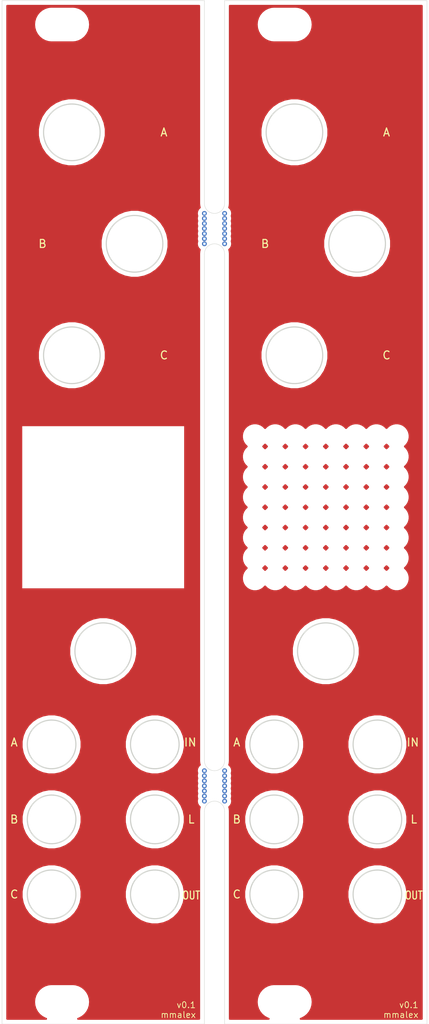
<source format=kicad_pcb>
(kicad_pcb (version 20171130) (host pcbnew "(5.1.4)-1")
  (layers (0 F.Cu signal) (31 B.Cu signal) (34 B.Paste user) (35 F.Paste user) (36 B.SilkS user) (37 F.SilkS user) (38 B.Mask user hide) (39 F.Mask user) (44 Edge.Cuts user))
  (net 0 "")
  (module cap:grill (layer F.Cu) (at 91.44 88.9)
    (fp_text reference REF** hide)
    (fp_text value grill)
    (pad "" np_thru_hole circle (at 8.89 8.89) (size 2 2) (drill 2) (layers *.Cu *.Mask))
    (pad "" np_thru_hole circle (at 6.35 8.89) (size 2 2) (drill 2) (layers *.Cu *.Mask))
    (pad "" np_thru_hole circle (at 3.81 8.89) (size 2 2) (drill 2) (layers *.Cu *.Mask))
    (pad "" np_thru_hole circle (at 1.27 8.89) (size 2 2) (drill 2) (layers *.Cu *.Mask))
    (pad "" np_thru_hole circle (at -1.27 8.89) (size 2 2) (drill 2) (layers *.Cu *.Mask))
    (pad "" np_thru_hole circle (at -3.81 8.89) (size 2 2) (drill 2) (layers *.Cu *.Mask))
    (pad "" np_thru_hole circle (at -6.35 8.89) (size 2 2) (drill 2) (layers *.Cu *.Mask))
    (pad "" np_thru_hole circle (at -8.89 8.89) (size 2 2) (drill 2) (layers *.Cu *.Mask))
    (pad "" np_thru_hole circle (at 8.89 6.35) (size 2 2) (drill 2) (layers *.Cu *.Mask))
    (pad "" np_thru_hole circle (at 6.35 6.35) (size 2 2) (drill 2) (layers *.Cu *.Mask))
    (pad "" np_thru_hole circle (at 3.81 6.35) (size 2 2) (drill 2) (layers *.Cu *.Mask))
    (pad "" np_thru_hole circle (at 1.27 6.35) (size 2 2) (drill 2) (layers *.Cu *.Mask))
    (pad "" np_thru_hole circle (at -1.27 6.35) (size 2 2) (drill 2) (layers *.Cu *.Mask))
    (pad "" np_thru_hole circle (at -3.81 6.35) (size 2 2) (drill 2) (layers *.Cu *.Mask))
    (pad "" np_thru_hole circle (at -6.35 6.35) (size 2 2) (drill 2) (layers *.Cu *.Mask))
    (pad "" np_thru_hole circle (at -8.89 6.35) (size 2 2) (drill 2) (layers *.Cu *.Mask))
    (pad "" np_thru_hole circle (at 8.89 3.81) (size 2 2) (drill 2) (layers *.Cu *.Mask))
    (pad "" np_thru_hole circle (at 6.35 3.81) (size 2 2) (drill 2) (layers *.Cu *.Mask))
    (pad "" np_thru_hole circle (at 3.81 3.81) (size 2 2) (drill 2) (layers *.Cu *.Mask))
    (pad "" np_thru_hole circle (at 1.27 3.81) (size 2 2) (drill 2) (layers *.Cu *.Mask))
    (pad "" np_thru_hole circle (at -1.27 3.81) (size 2 2) (drill 2) (layers *.Cu *.Mask))
    (pad "" np_thru_hole circle (at -3.81 3.81) (size 2 2) (drill 2) (layers *.Cu *.Mask))
    (pad "" np_thru_hole circle (at -6.35 3.81) (size 2 2) (drill 2) (layers *.Cu *.Mask))
    (pad "" np_thru_hole circle (at -8.89 3.81) (size 2 2) (drill 2) (layers *.Cu *.Mask))
    (pad "" np_thru_hole circle (at 8.89 1.27) (size 2 2) (drill 2) (layers *.Cu *.Mask))
    (pad "" np_thru_hole circle (at 6.35 1.27) (size 2 2) (drill 2) (layers *.Cu *.Mask))
    (pad "" np_thru_hole circle (at 3.81 1.27) (size 2 2) (drill 2) (layers *.Cu *.Mask))
    (pad "" np_thru_hole circle (at 1.27 1.27) (size 2 2) (drill 2) (layers *.Cu *.Mask))
    (pad "" np_thru_hole circle (at -1.27 1.27) (size 2 2) (drill 2) (layers *.Cu *.Mask))
    (pad "" np_thru_hole circle (at -3.81 1.27) (size 2 2) (drill 2) (layers *.Cu *.Mask))
    (pad "" np_thru_hole circle (at -6.35 1.27) (size 2 2) (drill 2) (layers *.Cu *.Mask))
    (pad "" np_thru_hole circle (at -8.89 1.27) (size 2 2) (drill 2) (layers *.Cu *.Mask))
    (pad "" np_thru_hole circle (at 8.89 -1.27) (size 2 2) (drill 2) (layers *.Cu *.Mask))
    (pad "" np_thru_hole circle (at 6.35 -1.27) (size 2 2) (drill 2) (layers *.Cu *.Mask))
    (pad "" np_thru_hole circle (at 3.81 -1.27) (size 2 2) (drill 2) (layers *.Cu *.Mask))
    (pad "" np_thru_hole circle (at 1.27 -1.27) (size 2 2) (drill 2) (layers *.Cu *.Mask))
    (pad "" np_thru_hole circle (at -1.27 -1.27) (size 2 2) (drill 2) (layers *.Cu *.Mask))
    (pad "" np_thru_hole circle (at -3.81 -1.27) (size 2 2) (drill 2) (layers *.Cu *.Mask))
    (pad "" np_thru_hole circle (at -6.35 -1.27) (size 2 2) (drill 2) (layers *.Cu *.Mask))
    (pad "" np_thru_hole circle (at -8.89 -1.27) (size 2 2) (drill 2) (layers *.Cu *.Mask))
    (pad "" np_thru_hole circle (at 8.89 -3.81) (size 2 2) (drill 2) (layers *.Cu *.Mask))
    (pad "" np_thru_hole circle (at 6.35 -3.81) (size 2 2) (drill 2) (layers *.Cu *.Mask))
    (pad "" np_thru_hole circle (at 3.81 -3.81) (size 2 2) (drill 2) (layers *.Cu *.Mask))
    (pad "" np_thru_hole circle (at 1.27 -3.81) (size 2 2) (drill 2) (layers *.Cu *.Mask))
    (pad "" np_thru_hole circle (at -1.27 -3.81) (size 2 2) (drill 2) (layers *.Cu *.Mask))
    (pad "" np_thru_hole circle (at -3.81 -3.81) (size 2 2) (drill 2) (layers *.Cu *.Mask))
    (pad "" np_thru_hole circle (at -6.35 -3.81) (size 2 2) (drill 2) (layers *.Cu *.Mask))
    (pad "" np_thru_hole circle (at -8.89 -3.81) (size 2 2) (drill 2) (layers *.Cu *.Mask))
    (pad "" np_thru_hole circle (at 8.89 -6.35) (size 2 2) (drill 2) (layers *.Cu *.Mask))
    (pad "" np_thru_hole circle (at 6.35 -6.35) (size 2 2) (drill 2) (layers *.Cu *.Mask))
    (pad "" np_thru_hole circle (at 3.81 -6.35) (size 2 2) (drill 2) (layers *.Cu *.Mask))
    (pad "" np_thru_hole circle (at 1.27 -6.35) (size 2 2) (drill 2) (layers *.Cu *.Mask))
    (pad "" np_thru_hole circle (at -1.27 -6.35) (size 2 2) (drill 2) (layers *.Cu *.Mask))
    (pad "" np_thru_hole circle (at -3.81 -6.35) (size 2 2) (drill 2) (layers *.Cu *.Mask))
    (pad "" np_thru_hole circle (at -6.35 -6.35) (size 2 2) (drill 2) (layers *.Cu *.Mask))
    (pad "" np_thru_hole circle (at -8.89 -6.35) (size 2 2) (drill 2) (layers *.Cu *.Mask))
    (pad "" np_thru_hole circle (at 8.89 -8.89) (size 2 2) (drill 2) (layers *.Cu *.Mask))
    (pad "" np_thru_hole circle (at 6.35 -8.89) (size 2 2) (drill 2) (layers *.Cu *.Mask))
    (pad "" np_thru_hole circle (at 3.81 -8.89) (size 2 2) (drill 2) (layers *.Cu *.Mask))
    (pad "" np_thru_hole circle (at 1.27 -8.89) (size 2 2) (drill 2) (layers *.Cu *.Mask))
    (pad "" np_thru_hole circle (at -1.27 -8.89) (size 2 2) (drill 2) (layers *.Cu *.Mask))
    (pad "" np_thru_hole circle (at -3.81 -8.89) (size 2 2) (drill 2) (layers *.Cu *.Mask))
    (pad "" np_thru_hole circle (at -6.35 -8.89) (size 2 2) (drill 2) (layers *.Cu *.Mask))
    (pad "" np_thru_hole circle (at -8.89 -8.89) (size 2 2) (drill 2) (layers *.Cu *.Mask))
  )
  (module cap:eurohole (layer F.Cu) (at 86.28 28.4)
    (fp_text reference REF** (at 0 0.5) (layer F.SilkS))
    (fp_text value eurohole)
    (pad "" np_thru_hole oval (at 0 0) (size 5.74 3.2) (drill oval 5.74 3.2) (layers *.Cu *.Mask))
  )
  (module cap:eurohole (layer F.Cu) (at 86.28 150.9)
    (fp_text reference REF** (at 0 0.5) (layer F.SilkS))
    (fp_text value eurohole)
    (pad "" np_thru_hole oval (at 0 0) (size 5.74 3.2) (drill oval 5.74 3.2) (layers *.Cu *.Mask))
  )
  (module cap:wagyu (layer F.Cu) (at 96.52 28.702)
    (fp_text reference G*** hide)
    (fp_text value LOGO hide)
  )
  (module cap:wagyu (layer F.Cu) (at 68.58 28.702)
    (fp_text reference G*** hide)
    (fp_text value LOGO hide)
  )
  (module cap:eurohole (layer F.Cu) (at 58.34 150.9)
    (fp_text reference REF** (at 0 0.5) (layer F.SilkS))
    (fp_text value eurohole)
    (pad "" np_thru_hole oval (at 0 0) (size 5.74 3.2) (drill oval 5.74 3.2) (layers *.Cu *.Mask))
  )
  (module cap:eurohole (layer F.Cu) (at 58.34 28.4)
    (fp_text reference REF** (at 0 0.5) (layer F.SilkS))
    (fp_text value eurohole)
    (pad "" np_thru_hole oval (at 0 0) (size 5.74 3.2) (drill oval 5.74 3.2) (layers *.Cu *.Mask))
  )
  (gr_arc (start 77.47 127) (end 78.74 127) (angle -180) (layer Edge.Cuts) (width 0.05))
  (gr_arc (start 77.47 120.65) (end 76.2 120.65) (angle -180) (layer Edge.Cuts) (width 0.05))
  (gr_arc (start 77.47 50.8) (end 76.2 50.8) (angle -180) (layer Edge.Cuts) (width 0.05))
  (gr_arc (start 77.47 57.15) (end 78.74 57.15) (angle -180) (layer Edge.Cuts) (width 0.05))
  (gr_line (start 78.74 120.65) (end 78.74 57.15) (layer Edge.Cuts) (width 0.05))
  (gr_line (start 76.2 57.15) (end 76.2 120.65) (layer Edge.Cuts) (width 0.05))
  (gr_line (start 78.74 153.67) (end 104.14 153.67) (layer Edge.Cuts) (width 0.05))
  (gr_line (start 78.74 127) (end 78.74 153.67) (layer Edge.Cuts) (width 0.05))
  (gr_line (start 76.2 153.67) (end 76.2 127) (layer Edge.Cuts) (width 0.05))
  (gr_line (start 50.8 153.67) (end 76.2 153.67) (layer Edge.Cuts) (width 0.05))
  (gr_line (start 78.74 25.4) (end 104.14 25.4) (layer Edge.Cuts) (width 0.05))
  (gr_line (start 78.74 50.8) (end 78.74 25.4) (layer Edge.Cuts) (width 0.05))
  (gr_line (start 76.2 25.4) (end 76.2 50.8) (layer Edge.Cuts) (width 0.05))
  (gr_line (start 50.8 25.4) (end 76.2 25.4) (layer Edge.Cuts) (width 0.05))
  (gr_text "v0.1\nmmalex" (at 103.124 151.892) (layer F.SilkS) (effects (font (size 0.762 0.762) (thickness 0.1016)) (justify right)))
  (gr_text C (at 80.264 137.414) (layer F.SilkS) (effects (font (size 1 1))))
  (gr_text OUT (at 102.489 137.541) (layer F.SilkS) (effects (font (size 1 0.7714))))
  (gr_text B (at 80.264 128.016) (layer F.SilkS) (effects (font (size 1 1))))
  (gr_text A (at 99.06 41.91) (layer F.SilkS) (effects (font (size 1 1))))
  (gr_text B (at 83.82 55.88) (layer F.SilkS) (effects (font (size 1 1))))
  (gr_text A (at 80.264 118.364) (layer F.SilkS) (effects (font (size 1 1))))
  (gr_text IN (at 102.362 118.364) (layer F.SilkS) (effects (font (size 1 1))))
  (gr_text L (at 102.489 128.016) (layer F.SilkS) (effects (font (size 1 1))))
  (gr_text C (at 99.06 69.85) (layer F.SilkS) (effects (font (size 1 1))))
  (gr_circle (center 87.503 69.85) (end 91.053 69.85) (layer Edge.Cuts) (width 0.15))
  (gr_circle (center 84.963 137.414) (end 88.013 137.414) (layer Edge.Cuts) (width 0.15))
  (gr_circle (center 84.963 118.618) (end 88.013 118.618) (layer Edge.Cuts) (width 0.15))
  (gr_circle (center 97.917 118.618) (end 100.967 118.618) (layer Edge.Cuts) (width 0.15))
  (gr_circle (center 97.917 137.414) (end 100.967 137.414) (layer Edge.Cuts) (width 0.15))
  (gr_circle (center 91.44 106.94) (end 94.99 106.94) (layer Edge.Cuts) (width 0.15))
  (gr_circle (center 95.377 55.88) (end 98.927 55.88) (layer Edge.Cuts) (width 0.15))
  (gr_circle (center 97.917 128.016) (end 100.967 128.016) (layer Edge.Cuts) (width 0.15))
  (gr_circle (center 87.503 41.91) (end 91.053 41.91) (layer Edge.Cuts) (width 0.15))
  (gr_circle (center 84.963 128.016) (end 88.013 128.016) (layer Edge.Cuts) (width 0.15))
  (gr_text OUT (at 74.549 137.541) (layer F.SilkS) (effects (font (size 1 0.7714))))
  (gr_text L (at 74.549 128.016) (layer F.SilkS) (effects (font (size 1 1))))
  (gr_text IN (at 74.422 118.364) (layer F.SilkS) (effects (font (size 1 1))))
  (gr_text C (at 52.324 137.414) (layer F.SilkS) (effects (font (size 1 1))))
  (gr_text B (at 52.324 128.016) (layer F.SilkS) (effects (font (size 1 1))))
  (gr_text A (at 52.324 118.364) (layer F.SilkS) (effects (font (size 1 1))))
  (gr_text C (at 71.12 69.85) (layer F.SilkS) (effects (font (size 1 1))))
  (gr_text B (at 55.88 55.88) (layer F.SilkS) (effects (font (size 1 1))))
  (gr_text A (at 71.12 41.91) (layer F.SilkS) (effects (font (size 1 1))))
  (gr_circle (center 57.023 118.618) (end 60.073 118.618) (layer Edge.Cuts) (width 0.15))
  (gr_circle (center 63.5 106.94) (end 67.05 106.94) (layer Edge.Cuts) (width 0.15))
  (gr_circle (center 69.977 137.414) (end 73.027 137.414) (layer Edge.Cuts) (width 0.15))
  (gr_circle (center 69.977 118.618) (end 73.027 118.618) (layer Edge.Cuts) (width 0.15))
  (gr_circle (center 57.023 137.414) (end 60.073 137.414) (layer Edge.Cuts) (width 0.15))
  (gr_circle (center 59.563 69.85) (end 63.113 69.85) (layer Edge.Cuts) (width 0.15))
  (gr_circle (center 67.437 55.88) (end 70.987 55.88) (layer Edge.Cuts) (width 0.15))
  (gr_circle (center 59.563 41.91) (end 63.113 41.91) (layer Edge.Cuts) (width 0.15))
  (gr_circle (center 69.977 128.016) (end 73.027 128.016) (layer Edge.Cuts) (width 0.15))
  (gr_circle (center 57.023 128.016) (end 60.073 128.016) (layer Edge.Cuts) (width 0.15))
  (gr_text "v0.1\nmmalex" (at 75.184 151.892) (layer F.SilkS) (effects (font (size 0.762 0.762) (thickness 0.1016)) (justify right)))
  (gr_line (start 50.8 153.67) (end 50.8 25.4) (layer Edge.Cuts) (width 0.05))
  (gr_line (start 104.14 25.4) (end 104.14 153.67) (layer Edge.Cuts) (width 0.05))
  (via (at 78.74 52.07) (size 0.6096) (drill 0.3048) (layers F.Cu B.Cu) (net 0))
  (via (at 78.74 52.705) (size 0.6096) (drill 0.3048) (layers F.Cu B.Cu) (net 0))
  (via (at 78.74 53.34) (size 0.6096) (drill 0.3048) (layers F.Cu B.Cu) (net 0))
  (via (at 78.74 53.975) (size 0.6096) (drill 0.3048) (layers F.Cu B.Cu) (net 0))
  (via (at 78.74 54.61) (size 0.6096) (drill 0.3048) (layers F.Cu B.Cu) (net 0))
  (via (at 78.74 55.245) (size 0.6096) (drill 0.3048) (layers F.Cu B.Cu) (net 0))
  (via (at 78.74 55.88) (size 0.6096) (drill 0.3048) (layers F.Cu B.Cu) (net 0))
  (via (at 76.2 55.88) (size 0.6096) (drill 0.3048) (layers F.Cu B.Cu) (net 0))
  (via (at 76.2 55.245) (size 0.6096) (drill 0.3048) (layers F.Cu B.Cu) (net 0))
  (via (at 76.2 54.61) (size 0.6096) (drill 0.3048) (layers F.Cu B.Cu) (net 0))
  (via (at 76.2 53.975) (size 0.6096) (drill 0.3048) (layers F.Cu B.Cu) (net 0))
  (via (at 76.2 53.34) (size 0.6096) (drill 0.3048) (layers F.Cu B.Cu) (net 0))
  (via (at 76.2 52.705) (size 0.6096) (drill 0.3048) (layers F.Cu B.Cu) (net 0))
  (via (at 76.2 52.07) (size 0.6096) (drill 0.3048) (layers F.Cu B.Cu) (net 0))
  (via (at 76.2 121.92) (size 0.6096) (drill 0.3048) (layers F.Cu B.Cu) (net 0))
  (via (at 76.2 122.555) (size 0.6096) (drill 0.3048) (layers F.Cu B.Cu) (net 0))
  (via (at 76.2 123.19) (size 0.6096) (drill 0.3048) (layers F.Cu B.Cu) (net 0))
  (via (at 76.2 123.825) (size 0.6096) (drill 0.3048) (layers F.Cu B.Cu) (net 0))
  (via (at 76.2 124.46) (size 0.6096) (drill 0.3048) (layers F.Cu B.Cu) (net 0))
  (via (at 76.2 125.095) (size 0.6096) (drill 0.3048) (layers F.Cu B.Cu) (net 0))
  (via (at 76.2 125.73) (size 0.6096) (drill 0.3048) (layers F.Cu B.Cu) (net 0))
  (via (at 78.74 125.73) (size 0.6096) (drill 0.3048) (layers F.Cu B.Cu) (net 0))
  (via (at 78.74 125.095) (size 0.6096) (drill 0.3048) (layers F.Cu B.Cu) (net 0))
  (via (at 78.74 124.46) (size 0.6096) (drill 0.3048) (layers F.Cu B.Cu) (net 0))
  (via (at 78.74 123.825) (size 0.6096) (drill 0.3048) (layers F.Cu B.Cu) (net 0))
  (via (at 78.74 123.19) (size 0.6096) (drill 0.3048) (layers F.Cu B.Cu) (net 0))
  (via (at 78.74 122.555) (size 0.6096) (drill 0.3048) (layers F.Cu B.Cu) (net 0))
  (via (at 78.74 121.92) (size 0.6096) (drill 0.3048) (layers F.Cu B.Cu) (net 0))
  (zone (net 0) (net_name "") (layer F.Cu) (connect_pads (clearance 0.508)) (min_thickness 0.254) (fill yes (arc_segments 32) (thermal_gap 0.508) (thermal_bridge_width 0.508))
    (polygon (pts (xy 50.546 25.4) (xy 75.946 25.4) (xy 75.946 153.67) (xy 50.546 153.67)))
  )
  (zone (net 0) (net_name "") (layer F.Cu) (connect_pads (clearance 0.508)) (min_thickness 0.254)
    (keepout (tracks not_allowed) (vias not_allowed) (copperpour not_allowed))
    (fill (arc_segments 32) (thermal_gap 0.508) (thermal_bridge_width 0.508))
    (polygon (pts (xy 53.34 78.74) (xy 73.66 78.74) (xy 73.66 99.06) (xy 53.34 99.06)))
  )
  (zone (net 0) (net_name "") (layer F.Cu) (connect_pads (clearance 0.508)) (min_thickness 0.254) (fill yes (arc_segments 32) (thermal_gap 0.508) (thermal_bridge_width 0.508))
    (polygon (pts (xy 79.248 25.4) (xy 104.394 25.4) (xy 104.394 153.67) (xy 78.994 153.67)))
  )
)
</source>
